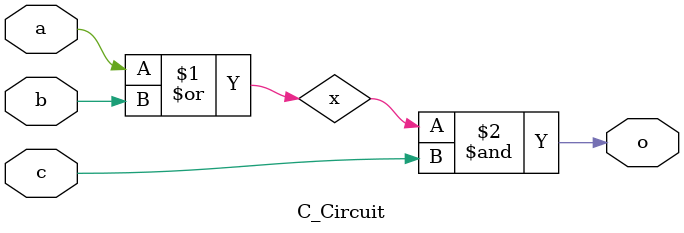
<source format=v>
module C_Circuit (a,b,c,o);

//  declaring inputs and output
 input a;
 input b;
 input c;

 output o;

//  Interm Wire

wire X ;

assign x = a | b ;
assign o = x & c ;






endmodule


</source>
